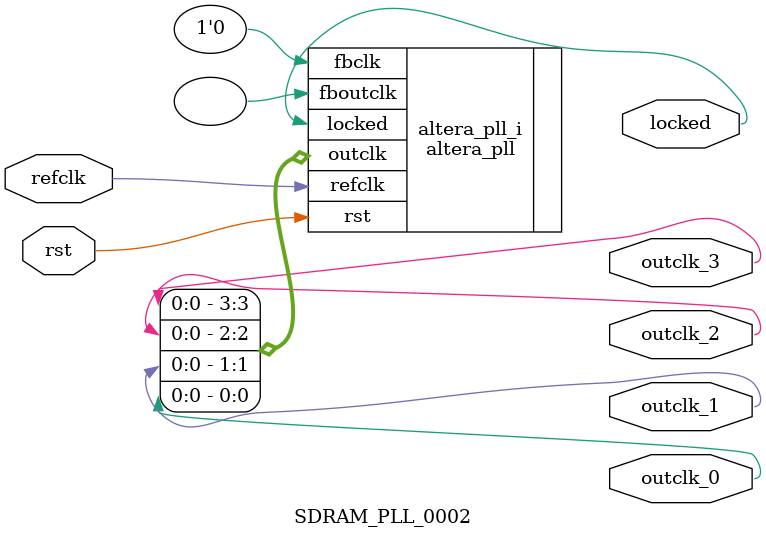
<source format=v>
`timescale 1ns/10ps
module  SDRAM_PLL_0002(

    // interface 'refclk'
    input wire refclk,

    // interface 'reset'
    input wire rst,

    // interface 'outclk0'
    output wire outclk_0,

    // interface 'outclk1'
    output wire outclk_1,

    // interface 'outclk2'
    output wire outclk_2,

    // interface 'outclk3'
    output wire outclk_3,

    // interface 'locked'
    output wire locked
);

    altera_pll #(
        .fractional_vco_multiplier("false"),
        .reference_clock_frequency("12.0 MHz"),
        .operation_mode("direct"),
        .number_of_clocks(4),
        .output_clock_frequency0("25.000000 MHz"),
        .phase_shift0("0 ps"),
        .duty_cycle0(50),
        .output_clock_frequency1("250.000000 MHz"),
        .phase_shift1("0 ps"),
        .duty_cycle1(50),
        .output_clock_frequency2("150.000000 MHz"),
        .phase_shift2("0 ps"),
        .duty_cycle2(50),
        .output_clock_frequency3("150.000000 MHz"),
        .phase_shift3("5000 ps"),
        .duty_cycle3(50),
        .output_clock_frequency4("0 MHz"),
        .phase_shift4("0 ps"),
        .duty_cycle4(50),
        .output_clock_frequency5("0 MHz"),
        .phase_shift5("0 ps"),
        .duty_cycle5(50),
        .output_clock_frequency6("0 MHz"),
        .phase_shift6("0 ps"),
        .duty_cycle6(50),
        .output_clock_frequency7("0 MHz"),
        .phase_shift7("0 ps"),
        .duty_cycle7(50),
        .output_clock_frequency8("0 MHz"),
        .phase_shift8("0 ps"),
        .duty_cycle8(50),
        .output_clock_frequency9("0 MHz"),
        .phase_shift9("0 ps"),
        .duty_cycle9(50),
        .output_clock_frequency10("0 MHz"),
        .phase_shift10("0 ps"),
        .duty_cycle10(50),
        .output_clock_frequency11("0 MHz"),
        .phase_shift11("0 ps"),
        .duty_cycle11(50),
        .output_clock_frequency12("0 MHz"),
        .phase_shift12("0 ps"),
        .duty_cycle12(50),
        .output_clock_frequency13("0 MHz"),
        .phase_shift13("0 ps"),
        .duty_cycle13(50),
        .output_clock_frequency14("0 MHz"),
        .phase_shift14("0 ps"),
        .duty_cycle14(50),
        .output_clock_frequency15("0 MHz"),
        .phase_shift15("0 ps"),
        .duty_cycle15(50),
        .output_clock_frequency16("0 MHz"),
        .phase_shift16("0 ps"),
        .duty_cycle16(50),
        .output_clock_frequency17("0 MHz"),
        .phase_shift17("0 ps"),
        .duty_cycle17(50),
        .pll_type("General"),
        .pll_subtype("General")
    ) altera_pll_i (
        .rst    (rst),
        .outclk    ({outclk_3, outclk_2, outclk_1, outclk_0}),
        .locked    (locked),
        .fboutclk    ( ),
        .fbclk    (1'b0),
        .refclk    (refclk)
    );
endmodule


</source>
